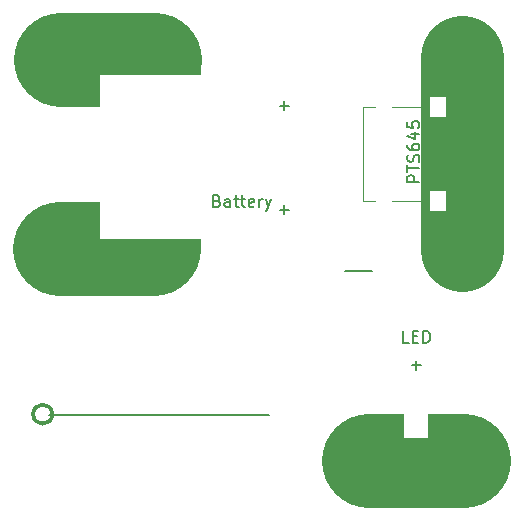
<source format=gto>
%TF.GenerationSoftware,KiCad,Pcbnew,4.0.5-e0-6337~49~ubuntu16.04.1*%
%TF.CreationDate,2017-02-13T12:15:48-08:00*%
%TF.ProjectId,LegoLED-SMTButton-Battery,4C65676F4C45442D534D54427574746F,1.0*%
%TF.FileFunction,Legend,Top*%
%FSLAX46Y46*%
G04 Gerber Fmt 4.6, Leading zero omitted, Abs format (unit mm)*
G04 Created by KiCad (PCBNEW 4.0.5-e0-6337~49~ubuntu16.04.1) date Mon Feb 13 12:15:48 2017*
%MOMM*%
%LPD*%
G01*
G04 APERTURE LIST*
%ADD10C,0.350000*%
%ADD11C,8.000000*%
%ADD12C,0.150000*%
%ADD13C,0.100000*%
%ADD14C,7.000000*%
%ADD15C,0.152400*%
%ADD16C,0.300000*%
%ADD17C,0.500000*%
%ADD18C,0.254000*%
%ADD19R,2.152400X2.052400*%
%ADD20C,2.052400*%
%ADD21R,1.452400X1.702400*%
%ADD22C,5.132400*%
%ADD23R,9.152400X13.952400*%
%ADD24R,2.752400X5.712400*%
G04 APERTURE END LIST*
D10*
D11*
X95003400Y-113212000D02*
X87003400Y-113212000D01*
D12*
X92503400Y-111442000D02*
X89503400Y-111442000D01*
D13*
X94503400Y-83202000D02*
X94503400Y-91202000D01*
X86503400Y-83202000D02*
X94503400Y-83202000D01*
X86503400Y-91202000D02*
X86503400Y-83202000D01*
X94503400Y-91202000D02*
X86503400Y-91202000D01*
D14*
X94903400Y-79002000D02*
X94903400Y-95302000D01*
D15*
X97003400Y-85102000D02*
X94753400Y-85102000D01*
X94753400Y-97102000D02*
X97003400Y-97102000D01*
X85003400Y-97102000D02*
X87253400Y-97102000D01*
X59943900Y-109282500D02*
X78533400Y-109282500D01*
D16*
X60180331Y-109219000D02*
G75*
G03X60180331Y-109219000I-807931J0D01*
G01*
D11*
X68813400Y-95222000D02*
X68813400Y-79222000D01*
X60813400Y-95222000D02*
X68813400Y-95222000D01*
X60913400Y-79222000D02*
X68913400Y-79222000D01*
D12*
X90360543Y-103164381D02*
X89884352Y-103164381D01*
X89884352Y-102164381D01*
X90693876Y-102640571D02*
X91027210Y-102640571D01*
X91170067Y-103164381D02*
X90693876Y-103164381D01*
X90693876Y-102164381D01*
X91170067Y-102164381D01*
X91598638Y-103164381D02*
X91598638Y-102164381D01*
X91836733Y-102164381D01*
X91979591Y-102212000D01*
X92074829Y-102307238D01*
X92122448Y-102402476D01*
X92170067Y-102592952D01*
X92170067Y-102735810D01*
X92122448Y-102926286D01*
X92074829Y-103021524D01*
X91979591Y-103116762D01*
X91836733Y-103164381D01*
X91598638Y-103164381D01*
X90622448Y-105083429D02*
X91384353Y-105083429D01*
X91003401Y-105464381D02*
X91003401Y-104702476D01*
X91255781Y-89549619D02*
X90255781Y-89549619D01*
X90255781Y-89168666D01*
X90303400Y-89073428D01*
X90351019Y-89025809D01*
X90446257Y-88978190D01*
X90589114Y-88978190D01*
X90684352Y-89025809D01*
X90731971Y-89073428D01*
X90779590Y-89168666D01*
X90779590Y-89549619D01*
X90255781Y-88692476D02*
X90255781Y-88121047D01*
X91255781Y-88406762D02*
X90255781Y-88406762D01*
X91208162Y-87835333D02*
X91255781Y-87692476D01*
X91255781Y-87454380D01*
X91208162Y-87359142D01*
X91160543Y-87311523D01*
X91065305Y-87263904D01*
X90970067Y-87263904D01*
X90874829Y-87311523D01*
X90827210Y-87359142D01*
X90779590Y-87454380D01*
X90731971Y-87644857D01*
X90684352Y-87740095D01*
X90636733Y-87787714D01*
X90541495Y-87835333D01*
X90446257Y-87835333D01*
X90351019Y-87787714D01*
X90303400Y-87740095D01*
X90255781Y-87644857D01*
X90255781Y-87406761D01*
X90303400Y-87263904D01*
X90255781Y-86406761D02*
X90255781Y-86597238D01*
X90303400Y-86692476D01*
X90351019Y-86740095D01*
X90493876Y-86835333D01*
X90684352Y-86882952D01*
X91065305Y-86882952D01*
X91160543Y-86835333D01*
X91208162Y-86787714D01*
X91255781Y-86692476D01*
X91255781Y-86501999D01*
X91208162Y-86406761D01*
X91160543Y-86359142D01*
X91065305Y-86311523D01*
X90827210Y-86311523D01*
X90731971Y-86359142D01*
X90684352Y-86406761D01*
X90636733Y-86501999D01*
X90636733Y-86692476D01*
X90684352Y-86787714D01*
X90731971Y-86835333D01*
X90827210Y-86882952D01*
X90589114Y-85454380D02*
X91255781Y-85454380D01*
X90208162Y-85692476D02*
X90922448Y-85930571D01*
X90922448Y-85311523D01*
X90255781Y-84454380D02*
X90255781Y-84930571D01*
X90731971Y-84978190D01*
X90684352Y-84930571D01*
X90636733Y-84835333D01*
X90636733Y-84597237D01*
X90684352Y-84501999D01*
X90731971Y-84454380D01*
X90827210Y-84406761D01*
X91065305Y-84406761D01*
X91160543Y-84454380D01*
X91208162Y-84501999D01*
X91255781Y-84597237D01*
X91255781Y-84835333D01*
X91208162Y-84930571D01*
X91160543Y-84978190D01*
X74141971Y-91150571D02*
X74284828Y-91198190D01*
X74332447Y-91245810D01*
X74380066Y-91341048D01*
X74380066Y-91483905D01*
X74332447Y-91579143D01*
X74284828Y-91626762D01*
X74189590Y-91674381D01*
X73808637Y-91674381D01*
X73808637Y-90674381D01*
X74141971Y-90674381D01*
X74237209Y-90722000D01*
X74284828Y-90769619D01*
X74332447Y-90864857D01*
X74332447Y-90960095D01*
X74284828Y-91055333D01*
X74237209Y-91102952D01*
X74141971Y-91150571D01*
X73808637Y-91150571D01*
X75237209Y-91674381D02*
X75237209Y-91150571D01*
X75189590Y-91055333D01*
X75094352Y-91007714D01*
X74903875Y-91007714D01*
X74808637Y-91055333D01*
X75237209Y-91626762D02*
X75141971Y-91674381D01*
X74903875Y-91674381D01*
X74808637Y-91626762D01*
X74761018Y-91531524D01*
X74761018Y-91436286D01*
X74808637Y-91341048D01*
X74903875Y-91293429D01*
X75141971Y-91293429D01*
X75237209Y-91245810D01*
X75570542Y-91007714D02*
X75951494Y-91007714D01*
X75713399Y-90674381D02*
X75713399Y-91531524D01*
X75761018Y-91626762D01*
X75856256Y-91674381D01*
X75951494Y-91674381D01*
X76141971Y-91007714D02*
X76522923Y-91007714D01*
X76284828Y-90674381D02*
X76284828Y-91531524D01*
X76332447Y-91626762D01*
X76427685Y-91674381D01*
X76522923Y-91674381D01*
X77237210Y-91626762D02*
X77141972Y-91674381D01*
X76951495Y-91674381D01*
X76856257Y-91626762D01*
X76808638Y-91531524D01*
X76808638Y-91150571D01*
X76856257Y-91055333D01*
X76951495Y-91007714D01*
X77141972Y-91007714D01*
X77237210Y-91055333D01*
X77284829Y-91150571D01*
X77284829Y-91245810D01*
X76808638Y-91341048D01*
X77713400Y-91674381D02*
X77713400Y-91007714D01*
X77713400Y-91198190D02*
X77761019Y-91102952D01*
X77808638Y-91055333D01*
X77903876Y-91007714D01*
X77999115Y-91007714D01*
X78237210Y-91007714D02*
X78475305Y-91674381D01*
X78713401Y-91007714D02*
X78475305Y-91674381D01*
X78380067Y-91912476D01*
X78332448Y-91960095D01*
X78237210Y-92007714D01*
X79432448Y-83093429D02*
X80194353Y-83093429D01*
X79813401Y-83474381D02*
X79813401Y-82712476D01*
X79432448Y-91893429D02*
X80194353Y-91893429D01*
X79813401Y-92274381D02*
X79813401Y-91512476D01*
%LPC*%
D17*
X64124353Y-112434857D02*
X64005305Y-112553905D01*
X63648162Y-112672952D01*
X63410067Y-112672952D01*
X63052924Y-112553905D01*
X62814829Y-112315810D01*
X62695781Y-112077714D01*
X62576733Y-111601524D01*
X62576733Y-111244381D01*
X62695781Y-110768190D01*
X62814829Y-110530095D01*
X63052924Y-110292000D01*
X63410067Y-110172952D01*
X63648162Y-110172952D01*
X64005305Y-110292000D01*
X64124353Y-110411048D01*
X65195781Y-112672952D02*
X65195781Y-110172952D01*
X67814829Y-112672952D02*
X66981495Y-111482476D01*
X66386257Y-112672952D02*
X66386257Y-110172952D01*
X67338638Y-110172952D01*
X67576733Y-110292000D01*
X67695781Y-110411048D01*
X67814829Y-110649143D01*
X67814829Y-111006286D01*
X67695781Y-111244381D01*
X67576733Y-111363429D01*
X67338638Y-111482476D01*
X66386257Y-111482476D01*
X70314829Y-112434857D02*
X70195781Y-112553905D01*
X69838638Y-112672952D01*
X69600543Y-112672952D01*
X69243400Y-112553905D01*
X69005305Y-112315810D01*
X68886257Y-112077714D01*
X68767209Y-111601524D01*
X68767209Y-111244381D01*
X68886257Y-110768190D01*
X69005305Y-110530095D01*
X69243400Y-110292000D01*
X69600543Y-110172952D01*
X69838638Y-110172952D01*
X70195781Y-110292000D01*
X70314829Y-110411048D01*
X71386257Y-110172952D02*
X71386257Y-112196762D01*
X71505305Y-112434857D01*
X71624352Y-112553905D01*
X71862448Y-112672952D01*
X72338638Y-112672952D01*
X72576733Y-112553905D01*
X72695781Y-112434857D01*
X72814829Y-112196762D01*
X72814829Y-110172952D01*
X74005305Y-112672952D02*
X74005305Y-110172952D01*
X74838638Y-110172952D02*
X76267210Y-110172952D01*
X75552924Y-112672952D02*
X75552924Y-110172952D01*
X76981495Y-112553905D02*
X77338638Y-112672952D01*
X77933876Y-112672952D01*
X78171972Y-112553905D01*
X78291019Y-112434857D01*
X78410067Y-112196762D01*
X78410067Y-111958667D01*
X78291019Y-111720571D01*
X78171972Y-111601524D01*
X77933876Y-111482476D01*
X77457686Y-111363429D01*
X77219591Y-111244381D01*
X77100543Y-111125333D01*
X76981495Y-110887238D01*
X76981495Y-110649143D01*
X77100543Y-110411048D01*
X77219591Y-110292000D01*
X77457686Y-110172952D01*
X78052924Y-110172952D01*
X78410067Y-110292000D01*
X62823877Y-108384857D02*
X62704829Y-108503905D01*
X62347686Y-108622952D01*
X62109591Y-108622952D01*
X61752448Y-108503905D01*
X61514353Y-108265810D01*
X61395305Y-108027714D01*
X61276257Y-107551524D01*
X61276257Y-107194381D01*
X61395305Y-106718190D01*
X61514353Y-106480095D01*
X61752448Y-106242000D01*
X62109591Y-106122952D01*
X62347686Y-106122952D01*
X62704829Y-106242000D01*
X62823877Y-106361048D01*
X65323877Y-108622952D02*
X64490543Y-107432476D01*
X63895305Y-108622952D02*
X63895305Y-106122952D01*
X64847686Y-106122952D01*
X65085781Y-106242000D01*
X65204829Y-106361048D01*
X65323877Y-106599143D01*
X65323877Y-106956286D01*
X65204829Y-107194381D01*
X65085781Y-107313429D01*
X64847686Y-107432476D01*
X63895305Y-107432476D01*
X66276257Y-107908667D02*
X67466734Y-107908667D01*
X66038162Y-108622952D02*
X66871496Y-106122952D01*
X67704829Y-108622952D01*
X68300067Y-106122952D02*
X69966734Y-106122952D01*
X68300067Y-108622952D01*
X69966734Y-108622952D01*
X71395305Y-107432476D02*
X71395305Y-108622952D01*
X70561971Y-106122952D02*
X71395305Y-107432476D01*
X72228638Y-106122952D01*
X79833400Y-107882500D02*
X78333400Y-108882500D01*
D15*
X77994400Y-108928500D02*
X79327900Y-107976000D01*
X78946900Y-108103000D02*
X77994400Y-108928500D01*
X77867400Y-108865000D02*
X78946900Y-108103000D01*
X78756400Y-108166500D02*
X77867400Y-108865000D01*
X77613400Y-108928500D02*
X78756400Y-108166500D01*
X78438900Y-108293500D02*
X77613400Y-108928500D01*
X77486400Y-108865000D02*
X78438900Y-108293500D01*
X78248400Y-108293500D02*
X77486400Y-108865000D01*
X77486400Y-108738000D02*
X78248400Y-108293500D01*
X77994400Y-108293500D02*
X77486400Y-108738000D01*
X77422900Y-108611000D02*
X77994400Y-108293500D01*
X77994400Y-108103000D02*
X77422900Y-108611000D01*
X77994400Y-107976000D02*
X77359400Y-108484000D01*
X78121400Y-107785500D02*
X77295900Y-108357000D01*
X78121400Y-107658500D02*
X77295900Y-108230000D01*
D17*
X76033400Y-108882500D02*
X74833400Y-107382500D01*
X78433400Y-108882500D02*
X76064900Y-108882500D01*
D15*
X79772400Y-107849000D02*
X78184900Y-108992000D01*
D17*
X77994400Y-108293500D02*
X79772400Y-107849000D01*
X78833400Y-106782500D02*
X77994400Y-108293500D01*
X77232400Y-108103000D02*
X78833400Y-106782500D01*
X76433400Y-105682500D02*
X77232400Y-108166500D01*
X76470400Y-108039500D02*
X76433400Y-105782500D01*
X74833400Y-107282500D02*
X76470400Y-108039500D01*
D15*
X76216400Y-108992000D02*
X75390900Y-107785500D01*
D17*
X76470400Y-108865000D02*
X75835400Y-107976000D01*
D18*
X76660900Y-108865000D02*
X76089400Y-108039500D01*
X76787900Y-108865000D02*
X76343400Y-108103000D01*
X77041900Y-108865000D02*
X76597400Y-108039500D01*
X77232400Y-108865000D02*
X76660900Y-107785500D01*
X77422900Y-108865000D02*
X76533900Y-107150500D01*
X76597400Y-107849000D02*
X76533900Y-107023500D01*
D19*
X91003400Y-110212000D03*
D20*
X91003400Y-107672000D03*
D21*
X92803400Y-91202000D03*
X88303400Y-91202000D03*
X92803400Y-83252000D03*
X88303400Y-83252000D03*
D22*
X68813400Y-87222000D03*
D10*
G36*
X77637200Y-90078200D02*
X77637200Y-84365800D01*
X80389600Y-84365800D01*
X80389600Y-90078200D01*
X77637200Y-90078200D01*
X77637200Y-90078200D01*
G37*
D23*
X68809400Y-87476000D03*
D24*
X58613400Y-87222000D03*
M02*

</source>
